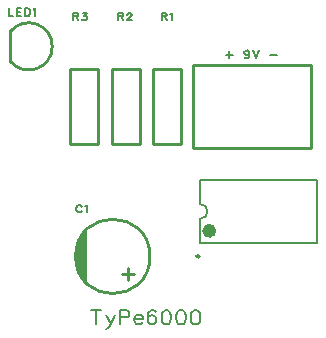
<source format=gto>
G04 Layer: TopSilkscreenLayer*
G04 EasyEDA Pro v2.2.45.4, 2025-12-09 09:51:21*
G04 Gerber Generator version 0.3*
G04 Scale: 100 percent, Rotated: No, Reflected: No*
G04 Dimensions in millimeters*
G04 Leading zeros omitted, absolute positions, 4 integers and 5 decimals*
G04 Generated by one-click*
%FSLAX45Y45*%
%MOMM*%
%ADD10C,0.1524*%
%ADD11C,0.254*%
%ADD12C,0.2*%
%ADD13C,0.25*%
%ADD14C,0.6*%
%ADD15C,0.9575*%
G75*


G04 Text Start*
G54D10*
G01X-758698Y1691640D02*
G01X-761746Y1697990D01*
G01X-768096Y1704086D01*
G01X-774192Y1707134D01*
G01X-786638Y1707134D01*
G01X-792734Y1704086D01*
G01X-799084Y1697990D01*
G01X-802132Y1691640D01*
G01X-805180Y1682496D01*
G01X-805180Y1667002D01*
G01X-802132Y1657604D01*
G01X-799084Y1651508D01*
G01X-792734Y1645158D01*
G01X-786638Y1642110D01*
G01X-774192Y1642110D01*
G01X-768096Y1645158D01*
G01X-761746Y1651508D01*
G01X-758698Y1657604D01*
G01X-728472Y1694688D02*
G01X-722376Y1697990D01*
G01X-713232Y1707134D01*
G01X-713232Y1642110D01*
G01X492760Y3006090D02*
G01X492760Y2950210D01*
G01X464820Y2978150D02*
G01X520446Y2978150D01*
G01X660146Y2993644D02*
G01X657098Y2984246D01*
G01X650748Y2978150D01*
G01X641604Y2975102D01*
G01X638556Y2975102D01*
G01X629158Y2978150D01*
G01X623062Y2984246D01*
G01X620014Y2993644D01*
G01X620014Y2996692D01*
G01X623062Y3006090D01*
G01X629158Y3012186D01*
G01X638556Y3015234D01*
G01X641604Y3015234D01*
G01X650748Y3012186D01*
G01X657098Y3006090D01*
G01X660146Y2993644D01*
G01X660146Y2978150D01*
G01X657098Y2962656D01*
G01X650748Y2953258D01*
G01X641604Y2950210D01*
G01X635254Y2950210D01*
G01X626110Y2953258D01*
G01X623062Y2959608D01*
G01X690372Y3015234D02*
G01X715010Y2950210D01*
G01X739902Y3015234D02*
G01X715010Y2950210D01*
G01X839470Y2978150D02*
G01X895096Y2978150D01*
G01X-1376680Y3370834D02*
G01X-1376680Y3305810D01*
G01X-1376680Y3305810D02*
G01X-1339596Y3305810D01*
G01X-1309370Y3370834D02*
G01X-1309370Y3305810D01*
G01X-1309370Y3370834D02*
G01X-1269238Y3370834D01*
G01X-1309370Y3339846D02*
G01X-1284732Y3339846D01*
G01X-1309370Y3305810D02*
G01X-1269238Y3305810D01*
G01X-1239012Y3370834D02*
G01X-1239012Y3305810D01*
G01X-1239012Y3370834D02*
G01X-1217422Y3370834D01*
G01X-1208278Y3367786D01*
G01X-1201928Y3361690D01*
G01X-1198880Y3355340D01*
G01X-1195832Y3346196D01*
G01X-1195832Y3330702D01*
G01X-1198880Y3321304D01*
G01X-1201928Y3315208D01*
G01X-1208278Y3308858D01*
G01X-1217422Y3305810D01*
G01X-1239012Y3305810D01*
G01X-1165606Y3358388D02*
G01X-1159510Y3361690D01*
G01X-1150366Y3370834D01*
G01X-1150366Y3305810D01*
G01X-81280Y3332734D02*
G01X-81280Y3267710D01*
G01X-81280Y3332734D02*
G01X-53340Y3332734D01*
G01X-44196Y3329686D01*
G01X-41148Y3326638D01*
G01X-37846Y3320288D01*
G01X-37846Y3314192D01*
G01X-41148Y3308096D01*
G01X-44196Y3305048D01*
G01X-53340Y3301746D01*
G01X-81280Y3301746D01*
G01X-59690Y3301746D02*
G01X-37846Y3267710D01*
G01X-7620Y3320288D02*
G01X-1524Y3323590D01*
G01X7620Y3332734D01*
G01X7620Y3267710D01*
G01X-449580Y3332734D02*
G01X-449580Y3267710D01*
G01X-449580Y3332734D02*
G01X-421640Y3332734D01*
G01X-412496Y3329686D01*
G01X-409448Y3326638D01*
G01X-406146Y3320288D01*
G01X-406146Y3314192D01*
G01X-409448Y3308096D01*
G01X-412496Y3305048D01*
G01X-421640Y3301746D01*
G01X-449580Y3301746D01*
G01X-427990Y3301746D02*
G01X-406146Y3267710D01*
G01X-372872Y3317240D02*
G01X-372872Y3320288D01*
G01X-369824Y3326638D01*
G01X-366776Y3329686D01*
G01X-360680Y3332734D01*
G01X-348234Y3332734D01*
G01X-341884Y3329686D01*
G01X-338836Y3326638D01*
G01X-335788Y3320288D01*
G01X-335788Y3314192D01*
G01X-338836Y3308096D01*
G01X-345186Y3298698D01*
G01X-375920Y3267710D01*
G01X-332740Y3267710D01*
G01X-830580Y3332734D02*
G01X-830580Y3267710D01*
G01X-830580Y3332734D02*
G01X-802640Y3332734D01*
G01X-793496Y3329686D01*
G01X-790448Y3326638D01*
G01X-787146Y3320288D01*
G01X-787146Y3314192D01*
G01X-790448Y3308096D01*
G01X-793496Y3305048D01*
G01X-802640Y3301746D01*
G01X-830580Y3301746D01*
G01X-808990Y3301746D02*
G01X-787146Y3267710D01*
G01X-750824Y3332734D02*
G01X-716788Y3332734D01*
G01X-735330Y3308096D01*
G01X-726186Y3308096D01*
G01X-719836Y3305048D01*
G01X-716788Y3301746D01*
G01X-713740Y3292602D01*
G01X-713740Y3286252D01*
G01X-716788Y3277108D01*
G01X-722884Y3270758D01*
G01X-732282Y3267710D01*
G01X-741680Y3267710D01*
G01X-750824Y3270758D01*
G01X-753872Y3274060D01*
G01X-756920Y3280156D01*
G01X-637794Y816864D02*
G01X-637794Y695706D01*
G01X-678180Y816864D02*
G01X-597408Y816864D01*
G01X-548640Y776478D02*
G01X-514096Y695706D01*
G01X-479298Y776478D02*
G01X-514096Y695706D01*
G01X-525526Y672592D01*
G01X-537210Y661162D01*
G01X-548640Y655320D01*
G01X-554482Y655320D01*
G01X-436372Y816864D02*
G01X-436372Y695706D01*
G01X-436372Y816864D02*
G01X-384302Y816864D01*
G01X-367030Y811276D01*
G01X-361188Y805434D01*
G01X-355600Y794004D01*
G01X-355600Y776478D01*
G01X-361188Y765048D01*
G01X-367030Y759206D01*
G01X-384302Y753364D01*
G01X-436372Y753364D01*
G01X-312674Y741934D02*
G01X-243332Y741934D01*
G01X-243332Y753364D01*
G01X-249174Y765048D01*
G01X-255016Y770890D01*
G01X-266446Y776478D01*
G01X-283718Y776478D01*
G01X-295402Y770890D01*
G01X-306832Y759206D01*
G01X-312674Y741934D01*
G01X-312674Y730504D01*
G01X-306832Y712978D01*
G01X-295402Y701548D01*
G01X-283718Y695706D01*
G01X-266446Y695706D01*
G01X-255016Y701548D01*
G01X-243332Y712978D01*
G01X-131064Y799592D02*
G01X-136906Y811276D01*
G01X-154178Y816864D01*
G01X-165862Y816864D01*
G01X-183134Y811276D01*
G01X-194564Y794004D01*
G01X-200406Y765048D01*
G01X-200406Y736092D01*
G01X-194564Y712978D01*
G01X-183134Y701548D01*
G01X-165862Y695706D01*
G01X-160020Y695706D01*
G01X-142748Y701548D01*
G01X-131064Y712978D01*
G01X-125222Y730504D01*
G01X-125222Y736092D01*
G01X-131064Y753364D01*
G01X-142748Y765048D01*
G01X-160020Y770890D01*
G01X-165862Y770890D01*
G01X-183134Y765048D01*
G01X-194564Y753364D01*
G01X-200406Y736092D01*
G01X-47752Y816864D02*
G01X-65024Y811276D01*
G01X-76454Y794004D01*
G01X-82296Y765048D01*
G01X-82296Y747776D01*
G01X-76454Y718820D01*
G01X-65024Y701548D01*
G01X-47752Y695706D01*
G01X-36068Y695706D01*
G01X-18796Y701548D01*
G01X-7112Y718820D01*
G01X-1524Y747776D01*
G01X-1524Y765048D01*
G01X-7112Y794004D01*
G01X-18796Y811276D01*
G01X-36068Y816864D01*
G01X-47752Y816864D01*
G01X75946Y816864D02*
G01X58674Y811276D01*
G01X47244Y794004D01*
G01X41402Y765048D01*
G01X41402Y747776D01*
G01X47244Y718820D01*
G01X58674Y701548D01*
G01X75946Y695706D01*
G01X87630Y695706D01*
G01X104902Y701548D01*
G01X116586Y718820D01*
G01X122174Y747776D01*
G01X122174Y765048D01*
G01X116586Y794004D01*
G01X104902Y811276D01*
G01X87630Y816864D01*
G01X75946Y816864D01*
G01X199644Y816864D02*
G01X182372Y811276D01*
G01X170942Y794004D01*
G01X165100Y765048D01*
G01X165100Y747776D01*
G01X170942Y718820D01*
G01X182372Y701548D01*
G01X199644Y695706D01*
G01X211328Y695706D01*
G01X228600Y701548D01*
G01X240284Y718820D01*
G01X245872Y747776D01*
G01X245872Y765048D01*
G01X240284Y794004D01*
G01X228600Y811276D01*
G01X211328Y816864D01*
G01X199644Y816864D01*
G04 Text End*

G04 PolygonModel Start*
G54D11*
G01X-317500Y1117600D02*
G01X-419100Y1117600D01*
G01X-368300Y1066800D02*
G01X-368300Y1168400D01*
G36*
G01X-711200Y1041400D02*
G02X-711200Y1498600I206375J228600D01*
G01X-711200Y1041400D01*
G37*
G01X185801Y2889987D02*
G01X1185799Y2889987D01*
G01X1185799Y2189988D01*
G01X185801Y2189988D01*
G01X185801Y2889987D01*
G01X-1361948Y3175000D02*
G01X-1362481Y2920213D01*
G01X-1361948Y2921457D02*
G03X-1361948Y3174949I154710J126746D01*
G01X-157480Y2854960D02*
G01X81280Y2854960D01*
G01X81280Y2854960D02*
G01X81280Y2225040D01*
G01X81280Y2225040D02*
G01X-157480Y2225040D01*
G01X-157480Y2225040D02*
G01X-157480Y2854960D01*
G01X-261620Y2225040D02*
G01X-500380Y2225040D01*
G01X-500380Y2225040D02*
G01X-500380Y2854960D01*
G01X-500380Y2854960D02*
G01X-261620Y2854960D01*
G01X-261620Y2854960D02*
G01X-261620Y2225040D01*
G01X-855980Y2854960D02*
G01X-617220Y2854960D01*
G01X-617220Y2854960D02*
G01X-617220Y2225040D01*
G01X-617220Y2225040D02*
G01X-855980Y2225040D01*
G01X-855980Y2225040D02*
G01X-855980Y2854960D01*
G54D12*
G01X242600Y1715000D02*
G01X242570Y1714500D01*
G01X242570Y1915922D01*
G01X1232662Y1915922D01*
G01X1232662Y1386078D01*
G01X242570Y1386078D01*
G01X242570Y1587500D01*
G01X242600Y1587000D01*
G01X242600Y1587000D02*
G03X242600Y1714000I0J63500D01*
G54D13*
G01X213106Y1270000D02*
G03X238104Y1270127I12499J127D01*
G03X213106Y1270254I-12499J0D01*
G54D14*
G01X291592Y1485900D02*
G03X351591Y1486154I29999J254D01*
G03X291592Y1486408I-30000J0D01*

G04 Circle Start*
G54D11*
G01X-810260Y1270000D02*
G03X-180340Y1270000I314960J0D01*
G03X-810260Y1270000I-314960J0D01*
G04 Circle End*

M02*


</source>
